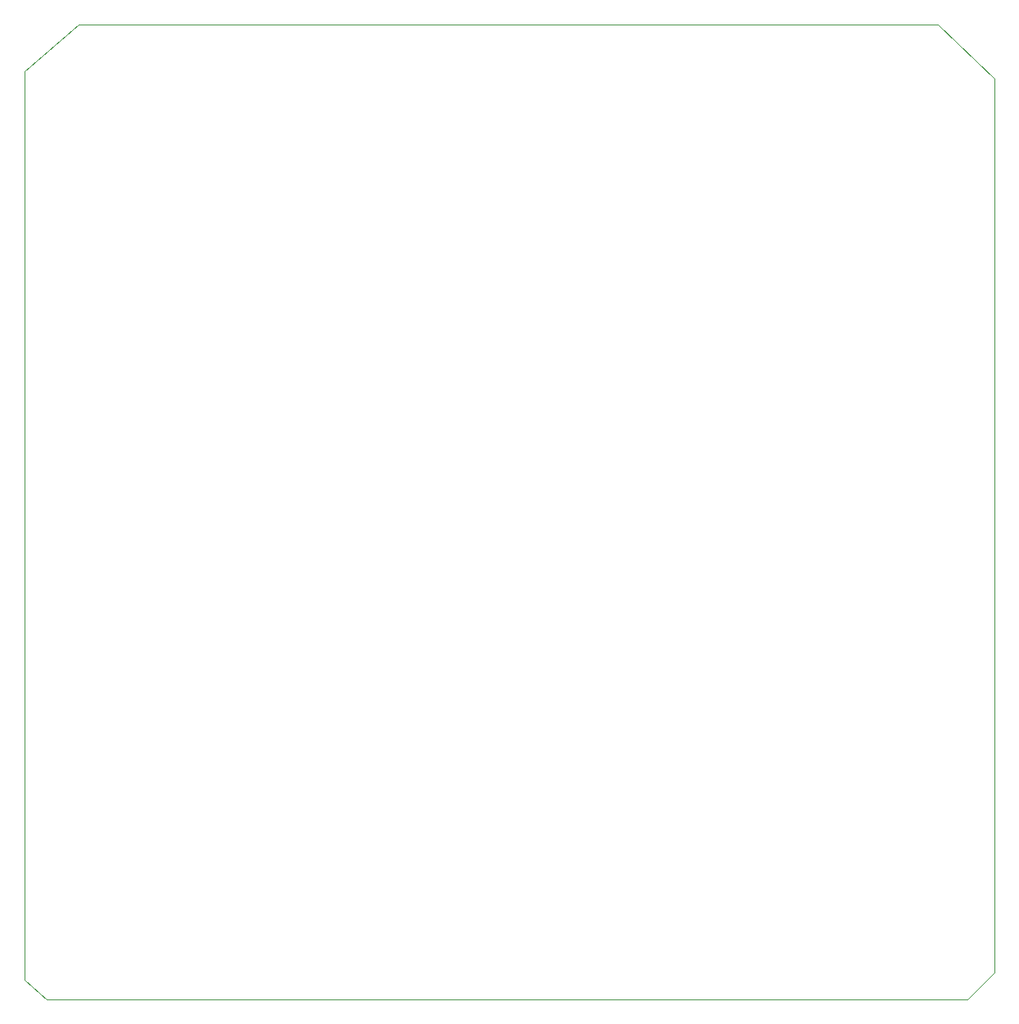
<source format=gm1>
G04 #@! TF.GenerationSoftware,KiCad,Pcbnew,9.0.0*
G04 #@! TF.CreationDate,2025-06-15T15:41:01+02:00*
G04 #@! TF.ProjectId,8-bit computer_Keypad_Module_Right,382d6269-7420-4636-9f6d-70757465725f,rev?*
G04 #@! TF.SameCoordinates,Original*
G04 #@! TF.FileFunction,Profile,NP*
%FSLAX46Y46*%
G04 Gerber Fmt 4.6, Leading zero omitted, Abs format (unit mm)*
G04 Created by KiCad (PCBNEW 9.0.0) date 2025-06-15 15:41:01*
%MOMM*%
%LPD*%
G01*
G04 APERTURE LIST*
G04 #@! TA.AperFunction,Profile*
%ADD10C,0.050000*%
G04 #@! TD*
G04 APERTURE END LIST*
D10*
X91400000Y-136340000D02*
X91400000Y-48300000D01*
X188912500Y-140970000D02*
X187007500Y-140970000D01*
X102108000Y-40132000D02*
X99568000Y-40132000D01*
X91400000Y-138953541D02*
X93662500Y-140970000D01*
X99568000Y-40132000D02*
X97028000Y-40132000D01*
X91400000Y-48300000D02*
X91400000Y-44983400D01*
X185928000Y-40132000D02*
X191770000Y-45720000D01*
X187007500Y-140970000D02*
X94297500Y-140970000D01*
X91400000Y-136340000D02*
X91400000Y-138953541D01*
X102108000Y-40132000D02*
X185928000Y-40132000D01*
X191770000Y-138176000D02*
X188912500Y-140970000D01*
X91400000Y-44983400D02*
X97028000Y-40132000D01*
X93662500Y-140970000D02*
X94297500Y-140970000D01*
X191770000Y-45720000D02*
X191770000Y-138176000D01*
M02*

</source>
